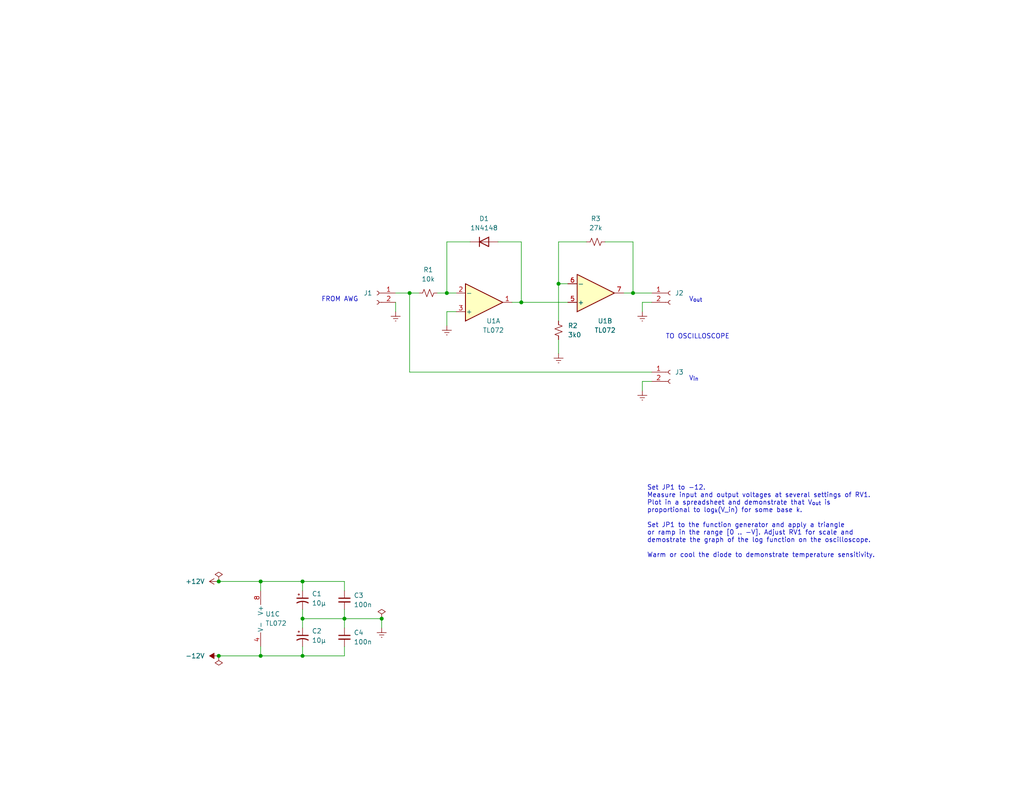
<source format=kicad_sch>
(kicad_sch (version 20230121) (generator eeschema)
  (paper "USLetter")
  (title_block (title "Demonstrator Log Amp") (date "2025-02-15") (rev "A") (company "Kludges from Kevin's Cave") (comment 1 "Episode 3 - The Monster in the Loop") (comment 2 "Op-Amp Basics"))
  (lib_symbols
    (symbol "Amplifier_Operational:TL072" (pin_names (offset 0.127))
      (property "Reference" "U" (at 0 5.08 0))
      (property "Value" "TL072" (at 0 -5.08 0))
      (symbol "TL072_1_1"
        (polyline (pts (xy -5.08 5.08) (xy 5.08 0) (xy -5.08 -5.08) (xy -5.08 5.08)) (stroke (width 0.254)) (fill (type background)))
        (pin output line (at 7.62 0 180) (length 2.54) (name "~") (number "1"))
        (pin input line (at -7.62 -2.54 0) (length 2.54) (name "-") (number "2"))
        (pin input line (at -7.62 2.54 0) (length 2.54) (name "+") (number "3"))
      )
      (symbol "TL072_2_1"
        (polyline (pts (xy -5.08 5.08) (xy 5.08 0) (xy -5.08 -5.08) (xy -5.08 5.08)) (stroke (width 0.254)) (fill (type background)))
        (pin input line (at -7.62 2.54 0) (length 2.54) (name "+") (number "5"))
        (pin input line (at -7.62 -2.54 0) (length 2.54) (name "-") (number "6"))
        (pin output line (at 7.62 0 180) (length 2.54) (name "~") (number "7"))
      )
      (symbol "TL072_3_1"
        (pin power_in line (at -2.54 -7.62 90) (length 3.81) (name "V-") (number "4"))
        (pin power_in line (at -2.54 7.62 270) (length 3.81) (name "V+") (number "8"))
      )
    )
    (symbol "Connector:Conn_01x02_Socket" (pin_names (offset 1.016) hide)
      (property "Reference" "J" (at 0 2.54 0))
      (property "Value" "Conn_01x02_Socket" (at 0 -5.08 0))
      (symbol "Conn_01x02_Socket_1_1"
        (arc (start 0 -2.032) (mid -0.5058 -2.54) (end 0 -3.048) (stroke (width 0.1524)))
        (polyline (pts (xy -1.27 -2.54) (xy -0.508 -2.54)) (stroke (width 0.1524)))
        (polyline (pts (xy -1.27 0) (xy -0.508 0)) (stroke (width 0.1524)))
        (arc (start 0 0.508) (mid -0.5058 0) (end 0 -0.508) (stroke (width 0.1524)))
        (pin passive line (at -5.08 0 0) (length 3.81) (name "Pin_1") (number "1"))
        (pin passive line (at -5.08 -2.54 0) (length 3.81) (name "Pin_2") (number "2"))
      )
    )
    (symbol "Device:C_Polarized_Small_US" (pin_numbers hide) (pin_names (offset 0.254) hide)
      (property "Reference" "C" (at 0.254 1.778 0))
      (property "Value" "C_Polarized_Small_US" (at 0.254 -2.032 0))
      (symbol "C_Polarized_Small_US_0_1"
        (polyline (pts (xy -1.524 0.508) (xy 1.524 0.508)) (stroke (width 0.3048)))
        (polyline (pts (xy -1.27 1.524) (xy -0.762 1.524)))
        (polyline (pts (xy -1.016 1.27) (xy -1.016 1.778)))
        (arc (start 1.524 -0.762) (mid 0 -0.3734) (end -1.524 -0.762) (stroke (width 0.3048)))
      )
      (symbol "C_Polarized_Small_US_1_1"
        (pin passive line (at 0 2.54 270) (length 2.032) (name "~") (number "1"))
        (pin passive line (at 0 -2.54 90) (length 2.032) (name "~") (number "2"))
      )
    )
    (symbol "Device:C_Small" (pin_numbers hide) (pin_names (offset 0.254) hide)
      (property "Reference" "C" (at 0.254 1.778 0))
      (property "Value" "C_Small" (at 0.254 -2.032 0))
      (symbol "C_Small_0_1"
        (polyline (pts (xy -1.524 -0.508) (xy 1.524 -0.508)) (stroke (width 0.3302)))
        (polyline (pts (xy -1.524 0.508) (xy 1.524 0.508)) (stroke (width 0.3048)))
      )
      (symbol "C_Small_1_1"
        (pin passive line (at 0 2.54 270) (length 2.032) (name "~") (number "1"))
        (pin passive line (at 0 -2.54 90) (length 2.032) (name "~") (number "2"))
      )
    )
    (symbol "Device:R_Small_US" (pin_numbers hide) (pin_names (offset 0.254) hide)
      (property "Reference" "R" (at 0.762 0.508 0))
      (property "Value" "R_Small_US" (at 0.762 -1.016 0))
      (symbol "R_Small_US_1_1"
        (polyline (pts (xy 0 0) (xy 1.016 -0.381) (xy 0 -0.762) (xy -1.016 -1.143) (xy 0 -1.524)))
        (polyline (pts (xy 0 1.524) (xy 1.016 1.143) (xy 0 0.762) (xy -1.016 0.381) (xy 0 0)))
        (pin passive line (at 0 2.54 270) (length 1.016) (name "~") (number "1"))
        (pin passive line (at 0 -2.54 90) (length 1.016) (name "~") (number "2"))
      )
    )
    (symbol "Diode:1N4148" (pin_numbers hide) (pin_names hide)
      (property "Reference" "D" (at 0 2.54 0))
      (property "Value" "1N4148" (at 0 -2.54 0))
      (symbol "1N4148_0_1"
        (polyline (pts (xy -1.27 1.27) (xy -1.27 -1.27)) (stroke (width 0.254)))
        (polyline (pts (xy 1.27 0) (xy -1.27 0)))
        (polyline (pts (xy 1.27 1.27) (xy 1.27 -1.27) (xy -1.27 0) (xy 1.27 1.27)) (stroke (width 0.254)))
      )
      (symbol "1N4148_1_1"
        (pin passive line (at -3.81 0 0) (length 2.54) (name "K") (number "1"))
        (pin passive line (at 3.81 0 180) (length 2.54) (name "A") (number "2"))
      )
    )
    (symbol "power:+12V" (power) (pin_names (offset 0))
      (property "Value" "+12V" (at 0 3.556 0))
      (symbol "+12V_0_1"
        (polyline (pts (xy -0.762 1.27) (xy 0 2.54)))
        (polyline (pts (xy 0 0) (xy 0 2.54)))
        (polyline (pts (xy 0 2.54) (xy 0.762 1.27)))
      )
      (symbol "+12V_1_1"
        (pin power_in line (at 0 0 90) (length 0) hide (name "+12V") (number "1"))
      )
    )
    (symbol "power:-12V" (power) (pin_names (offset 0))
      (property "Value" "-12V" (at 0 3.81 0))
      (symbol "-12V_0_0"
        (pin power_in line (at 0 0 90) (length 0) hide (name "-12V") (number "1"))
      )
      (symbol "-12V_0_1"
        (polyline (pts (xy 0 0) (xy 0 1.27) (xy 0.762 1.27) (xy 0 2.54) (xy -0.762 1.27) (xy 0 1.27)) (fill (type outline)))
      )
    )
    (symbol "power:Earth" (power) (pin_names (offset 0))
      (symbol "Earth_0_1"
        (polyline (pts (xy -0.635 -1.905) (xy 0.635 -1.905)))
        (polyline (pts (xy -0.127 -2.54) (xy 0.127 -2.54)))
        (polyline (pts (xy 0 -1.27) (xy 0 0)))
        (polyline (pts (xy 1.27 -1.27) (xy -1.27 -1.27)))
      )
      (symbol "Earth_1_1"
        (pin power_in line (at 0 0 270) (length 0) hide (name "Earth") (number "1"))
      )
    )
    (symbol "power:PWR_FLAG" (power) (pin_numbers hide) (pin_names (offset 0) hide)
      (property "Value" "PWR_FLAG" (at 0 3.81 0))
      (symbol "PWR_FLAG_0_0"
        (pin power_out line (at 0 0 90) (length 0) (name "pwr") (number "1"))
      )
      (symbol "PWR_FLAG_0_1"
        (polyline (pts (xy 0 0) (xy 0 1.27) (xy -1.016 1.905) (xy 0 2.54) (xy 1.016 1.905) (xy 0 1.27)))
      )
    )
  )
  (junction (at 121.92 80.01))
  (junction (at 82.55 168.91))
  (junction (at 152.4 77.47))
  (junction (at 93.98 168.91))
  (junction (at 82.55 158.75))
  (junction (at 71.12 158.75))
  (junction (at 71.12 179.07))
  (junction (at 82.55 179.07))
  (junction (at 104.14 168.91))
  (junction (at 59.69 158.75))
  (junction (at 111.76 80.01))
  (junction (at 172.72 80.01))
  (junction (at 142.24 82.55))
  (junction (at 59.69 179.07))
  (wire (pts (xy 152.4 66.04) (xy 160.02 66.04)))
  (wire (pts (xy 177.8 101.6) (xy 111.76 101.6)))
  (wire (pts (xy 121.92 66.04) (xy 128.27 66.04)))
  (wire (pts (xy 124.46 85.09) (xy 121.92 85.09)))
  (wire (pts (xy 124.46 80.01) (xy 121.92 80.01)))
  (wire (pts (xy 82.55 168.91) (xy 93.98 168.91)))
  (wire (pts (xy 93.98 166.37) (xy 93.98 168.91)))
  (wire (pts (xy 172.72 80.01) (xy 177.8 80.01)))
  (wire (pts (xy 71.12 176.53) (xy 71.12 179.07)))
  (wire (pts (xy 93.98 179.07) (xy 82.55 179.07)))
  (wire (pts (xy 59.69 158.75) (xy 71.12 158.75)))
  (wire (pts (xy 82.55 179.07) (xy 82.55 176.53)))
  (wire (pts (xy 152.4 92.71) (xy 152.4 96.52)))
  (wire (pts (xy 93.98 176.53) (xy 93.98 179.07)))
  (wire (pts (xy 154.94 77.47) (xy 152.4 77.47)))
  (wire (pts (xy 107.95 80.01) (xy 111.76 80.01)))
  (wire (pts (xy 93.98 158.75) (xy 82.55 158.75)))
  (wire (pts (xy 82.55 168.91) (xy 82.55 171.45)))
  (wire (pts (xy 175.26 82.55) (xy 175.26 85.09)))
  (wire (pts (xy 59.69 179.07) (xy 71.12 179.07)))
  (wire (pts (xy 107.95 82.55) (xy 107.95 85.09)))
  (wire (pts (xy 172.72 80.01) (xy 172.72 66.04)))
  (wire (pts (xy 175.26 104.14) (xy 175.26 106.68)))
  (wire (pts (xy 82.55 158.75) (xy 82.55 161.29)))
  (wire (pts (xy 82.55 166.37) (xy 82.55 168.91)))
  (wire (pts (xy 111.76 80.01) (xy 111.76 101.6)))
  (wire (pts (xy 71.12 158.75) (xy 71.12 161.29)))
  (wire (pts (xy 111.76 80.01) (xy 114.3 80.01)))
  (wire (pts (xy 93.98 168.91) (xy 93.98 171.45)))
  (wire (pts (xy 139.7 82.55) (xy 142.24 82.55)))
  (wire (pts (xy 142.24 82.55) (xy 142.24 66.04)))
  (wire (pts (xy 71.12 158.75) (xy 82.55 158.75)))
  (wire (pts (xy 152.4 77.47) (xy 152.4 87.63)))
  (wire (pts (xy 104.14 171.45) (xy 104.14 168.91)))
  (wire (pts (xy 177.8 82.55) (xy 175.26 82.55)))
  (wire (pts (xy 119.38 80.01) (xy 121.92 80.01)))
  (wire (pts (xy 104.14 168.91) (xy 93.98 168.91)))
  (wire (pts (xy 142.24 66.04) (xy 135.89 66.04)))
  (wire (pts (xy 152.4 77.47) (xy 152.4 66.04)))
  (wire (pts (xy 170.18 80.01) (xy 172.72 80.01)))
  (wire (pts (xy 71.12 179.07) (xy 82.55 179.07)))
  (wire (pts (xy 121.92 80.01) (xy 121.92 66.04)))
  (wire (pts (xy 93.98 161.29) (xy 93.98 158.75)))
  (wire (pts (xy 172.72 66.04) (xy 165.1 66.04)))
  (wire (pts (xy 142.24 82.55) (xy 154.94 82.55)))
  (wire (pts (xy 177.8 104.14) (xy 175.26 104.14)))
  (wire (pts (xy 121.92 85.09) (xy 121.92 88.9)))
  (text "Set JP1 to -12.\nMeasure input and output voltages at several settings of RV1.\nPlot in a spreadsheet and demonstrate that V_{out} is \nproportional to log_{k}(V_in) for some base k.\n\nSet JP1 to the function generator and apply a triangle\nor ramp in the range [0 .. -V]. Adjust RV1 for scale and\ndemostrate the graph of the log function on the oscilloscope.\n\nWarm or cool the diode to demonstrate temperature sensitivity." (at 176.53 152.4 0) (effects (font (size 1.27 1.27)) (justify left bottom)))
  (text "FROM AWG" (at 97.79 82.55 0) (effects (font (size 1.27 1.27)) (justify right bottom)))
  (text "V_{in}" (at 187.96 104.14 0) (effects (font (size 1.27 1.27)) (justify left bottom)))
  (text "V_{out}" (at 187.96 82.55 0) (effects (font (size 1.27 1.27)) (justify left bottom)))
  (text "TO OSCILLOSCOPE" (at 181.61 92.71 0) (effects (font (size 1.27 1.27)) (justify left bottom)))
  (symbol (lib_id "power:PWR_FLAG") (at 104.14 168.91 0) (unit 1)
    (property "Reference" "#FLG03" (effects hide))
    (property "Value" "PWR_FLAG" (effects hide))
  )
  (symbol (lib_id "Device:C_Small") (at 93.98 163.83 0) (unit 1)
    (property "Reference" "C3" (at 96.52 162.5663 0) (effects (justify left)))
    (property "Value" "100n" (at 96.52 165.1063 0) (effects (justify left)))
  )
  (symbol (lib_id "power:-12V") (at 59.69 179.07 90) (unit 1)
    (property "Reference" "#PWR02" (effects hide))
    (property "Value" "-12V" (at 55.88 179.07 90) (effects (justify left)))
  )
  (symbol (lib_id "Amplifier_Operational:TL072") (at 132.08 82.55 0) (mirror x) (unit 1)
    (property "Reference" "U1" (at 134.62 87.63 0))
    (property "Value" "TL072" (at 134.62 90.17 0))
    (property "Datasheet" "http://www.ti.com/lit/ds/symlink/tl071.pdf" (effects hide))
  )
  (symbol (lib_id "Device:C_Polarized_Small_US") (at 82.55 163.83 0) (unit 1)
    (property "Reference" "C1" (at 85.09 162.1282 0) (effects (justify left)))
    (property "Value" "10µ" (at 85.09 164.6682 0) (effects (justify left)))
  )
  (symbol (lib_id "Connector:Conn_01x02_Socket") (at 102.87 80.01 0) (mirror y) (unit 1)
    (property "Reference" "J1" (at 101.6 80.01 0) (effects (justify left)))
    (property "Value" "Conn_01x02_Socket" (effects hide))
  )
  (symbol (lib_id "Device:C_Small") (at 93.98 173.99 0) (unit 1)
    (property "Reference" "C4" (at 96.52 172.7263 0) (effects (justify left)))
    (property "Value" "100n" (at 96.52 175.2663 0) (effects (justify left)))
  )
  (symbol (lib_id "power:Earth") (at 175.26 85.09 0) (unit 1)
    (property "Reference" "#PWR07" (effects hide))
    (property "Value" "Earth" (effects hide))
  )
  (symbol (lib_id "Connector:Conn_01x02_Socket") (at 182.88 80.01 0) (unit 1)
    (property "Reference" "J2" (at 184.15 80.01 0) (effects (justify left)))
    (property "Value" "Conn_01x02_Socket" (effects hide))
  )
  (symbol (lib_id "Amplifier_Operational:TL072") (at 162.56 80.01 0) (mirror x) (unit 2)
    (property "Reference" "U1" (at 165.1 87.63 0))
    (property "Value" "TL072" (at 165.1 90.17 0))
    (property "Datasheet" "http://www.ti.com/lit/ds/symlink/tl071.pdf" (effects hide))
  )
  (symbol (lib_id "Amplifier_Operational:TL072") (at 73.66 168.91 0) (unit 3)
    (property "Reference" "U1" (at 72.39 167.64 0) (effects (justify left)))
    (property "Value" "TL072" (at 72.39 170.18 0) (effects (justify left)))
    (property "Datasheet" "http://www.ti.com/lit/ds/symlink/tl071.pdf" (effects hide))
  )
  (symbol (lib_id "Device:R_Small_US") (at 152.4 90.17 180) (unit 1)
    (property "Reference" "R2" (at 154.94 88.9 0) (effects (justify right)))
    (property "Value" "3k0" (at 154.94 91.44 0) (effects (justify right)))
  )
  (symbol (lib_id "Device:R_Small_US") (at 162.56 66.04 90) (unit 1)
    (property "Reference" "R3" (at 162.56 59.69 90))
    (property "Value" "27k" (at 162.56 62.23 90))
  )
  (symbol (lib_id "power:+12V") (at 59.69 158.75 90) (unit 1)
    (property "Reference" "#PWR01" (effects hide))
    (property "Value" "+12V" (at 55.88 158.75 90) (effects (justify left)))
  )
  (symbol (lib_id "power:PWR_FLAG") (at 59.69 179.07 0) (mirror x) (unit 1)
    (property "Reference" "#FLG02" (effects hide))
    (property "Value" "PWR_FLAG" (effects hide))
  )
  (symbol (lib_id "Device:R_Small_US") (at 116.84 80.01 90) (unit 1)
    (property "Reference" "R1" (at 116.84 73.66 90))
    (property "Value" "10k" (at 116.84 76.2 90))
  )
  (symbol (lib_id "power:Earth") (at 175.26 106.68 0) (unit 1)
    (property "Reference" "#PWR08" (effects hide))
    (property "Value" "Earth" (effects hide))
  )
  (symbol (lib_id "Connector:Conn_01x02_Socket") (at 182.88 101.6 0) (unit 1)
    (property "Reference" "J3" (at 184.15 101.6 0) (effects (justify left)))
    (property "Value" "Conn_01x02_Socket" (effects hide))
  )
  (symbol (lib_id "Device:C_Polarized_Small_US") (at 82.55 173.99 0) (unit 1)
    (property "Reference" "C2" (at 85.09 172.2882 0) (effects (justify left)))
    (property "Value" "10µ" (at 85.09 174.8282 0) (effects (justify left)))
  )
  (symbol (lib_id "power:Earth") (at 121.92 88.9 0) (unit 1)
    (property "Reference" "#PWR05" (effects hide))
    (property "Value" "Earth" (effects hide))
  )
  (symbol (lib_id "Diode:1N4148") (at 132.08 66.04 0) (unit 1)
    (property "Reference" "D1" (at 132.08 59.69 0))
    (property "Value" "1N4148" (at 132.08 62.23 0))
    (property "Footprint" "Diode_THT:D_DO-35_SOD27_P7.62mm_Horizontal" (effects hide))
    (property "Datasheet" "https://assets.nexperia.com/documents/data-sheet/1N4148_1N4448.pdf" (effects hide))
    (property "Sim.Device" "D" (effects hide))
    (property "Sim.Pins" "1=K 2=A" (effects hide))
  )
  (symbol (lib_id "power:Earth") (at 104.14 171.45 0) (unit 1)
    (property "Reference" "#PWR03" (effects hide))
    (property "Value" "Earth" (effects hide))
  )
  (symbol (lib_id "power:Earth") (at 152.4 96.52 0) (unit 1)
    (property "Reference" "#PWR06" (effects hide))
    (property "Value" "Earth" (effects hide))
  )
  (symbol (lib_id "power:Earth") (at 107.95 85.09 0) (unit 1)
    (property "Reference" "#PWR04" (effects hide))
    (property "Value" "Earth" (effects hide))
  )
  (symbol (lib_id "power:PWR_FLAG") (at 59.69 158.75 0) (unit 1)
    (property "Reference" "#FLG01" (effects hide))
    (property "Value" "PWR_FLAG" (effects hide))
  )
)
</source>
